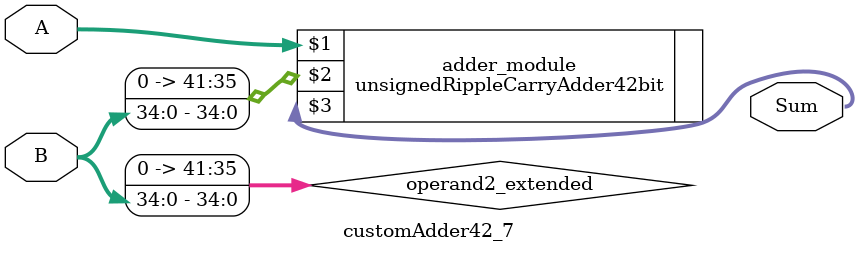
<source format=v>
module customAdder42_7(
                        input [41 : 0] A,
                        input [34 : 0] B,
                        
                        output [42 : 0] Sum
                );

        wire [41 : 0] operand2_extended;
        
        assign operand2_extended =  {7'b0, B};
        
        unsignedRippleCarryAdder42bit adder_module(
            A,
            operand2_extended,
            Sum
        );
        
        endmodule
        
</source>
